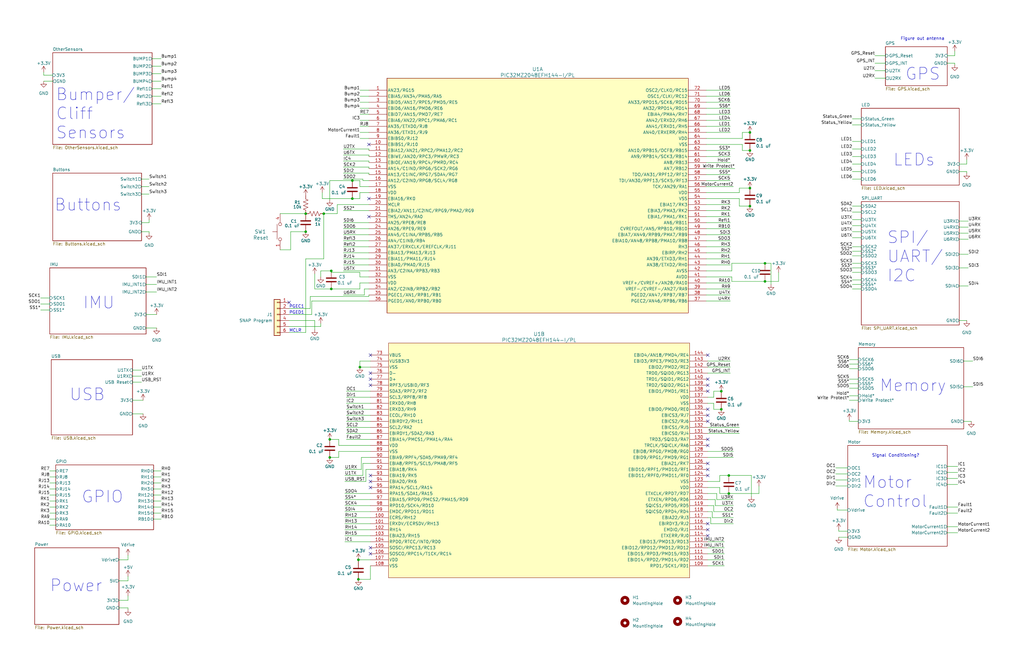
<source format=kicad_sch>
(kicad_sch (version 20230121) (generator eeschema)
  (paper "B")
  (title_block (title "MCU Controller") (rev "0.1") (company "satomm@stanford.edu") (comment 1 "Department of Civil and Environmental Engineering") (comment 2 "Engineering Informatics Group") (comment 3 "Stanford University") (comment 4 "Matthew Sato"))
  (junction (at 304.165 165.1))
  (junction (at 307.34 208.28))
  (junction (at 316.23 86.995))
  (junction (at 304.165 172.72))
  (junction (at 139.065 193.04))
  (junction (at 139.7 114.3))
  (junction (at 307.34 200.66))
  (junction (at 139.065 185.42))
  (junction (at 316.23 55.88))
  (junction (at 151.13 244.475))
  (junction (at 316.23 79.375))
  (junction (at 128.905 97.79))
  (junction (at 128.905 90.17))
  (junction (at 322.58 111.125))
  (junction (at 151.13 236.22))
  (junction (at 151.765 154.94))
  (junction (at 139.7 121.92))
  (junction (at 322.58 118.745))
  (junction (at 316.23 63.5))
  (junction (at 148.59 83.82))
  (junction (at 136.525 90.17))
  (junction (at 148.59 76.2))
  (no_connect (at 298.45 160.02))
  (no_connect (at 298.45 195.58))
  (no_connect (at 298.45 226.06))
  (no_connect (at 298.45 172.72))
  (no_connect (at 156.21 203.2))
  (no_connect (at 155.575 60.96))
  (no_connect (at 298.45 175.26))
  (no_connect (at 156.21 162.56))
  (no_connect (at 156.21 149.86))
  (no_connect (at 298.45 165.1))
  (no_connect (at 298.45 177.8))
  (no_connect (at 298.45 220.98))
  (no_connect (at 156.21 157.48))
  (no_connect (at 298.45 149.86))
  (no_connect (at 121.92 127.635))
  (no_connect (at 298.45 223.52))
  (no_connect (at 156.21 231.14))
  (no_connect (at 298.45 187.96))
  (no_connect (at 155.575 83.82))
  (no_connect (at 298.45 198.12))
  (no_connect (at 156.21 160.02))
  (no_connect (at 156.21 200.66))
  (no_connect (at 298.45 162.56))
  (no_connect (at 155.575 91.44))
  (no_connect (at 298.45 200.66))
  (no_connect (at 156.21 205.74))
  (no_connect (at 298.45 185.42))
  (no_connect (at 156.21 233.68))
  (wire (pts (xy 151.765 116.84) (xy 155.575 116.84)))
  (wire (pts (xy 368.935 33.02) (xy 373.38 33.02)))
  (wire (pts (xy 59.69 75.565) (xy 62.865 75.565)))
  (wire (pts (xy 313.055 58.42) (xy 313.055 55.88)))
  (wire (pts (xy 399.415 213.995) (xy 403.86 213.995)))
  (wire (pts (xy 298.45 190.5) (xy 309.245 190.5)))
  (wire (pts (xy 64.135 24.765) (xy 67.945 24.765)))
  (wire (pts (xy 118.11 105.41) (xy 122.555 105.41)))
  (wire (pts (xy 297.815 121.92) (xy 307.975 121.92)))
  (wire (pts (xy 297.815 88.9) (xy 307.975 88.9)))
  (wire (pts (xy 408.305 95.885) (xy 404.495 95.885)))
  (wire (pts (xy 151.765 53.34) (xy 155.575 53.34)))
  (wire (pts (xy 145.415 226.06) (xy 156.21 226.06)))
  (wire (pts (xy 359.41 121.92) (xy 363.22 121.92)))
  (wire (pts (xy 358.14 160.02) (xy 361.95 160.02)))
  (wire (pts (xy 152.4 193.04) (xy 152.4 198.12)))
  (wire (pts (xy 61.595 138.43) (xy 66.04 138.43)))
  (wire (pts (xy 151.765 152.4) (xy 151.765 154.94)))
  (wire (pts (xy 17.145 125.73) (xy 20.955 125.73)))
  (wire (pts (xy 153.035 76.2) (xy 153.035 75.565)))
  (wire (pts (xy 359.41 113.03) (xy 363.22 113.03)))
  (wire (pts (xy 359.41 106.045) (xy 363.22 106.045)))
  (wire (pts (xy 153.035 195.58) (xy 153.035 200.66)))
  (wire (pts (xy 61.595 120.015) (xy 66.04 120.015)))
  (wire (pts (xy 303.53 200.66) (xy 307.34 200.66)))
  (wire (pts (xy 320.04 205.105) (xy 320.04 208.28)))
  (wire (pts (xy 146.05 167.64) (xy 156.21 167.64)))
  (wire (pts (xy 156.21 190.5) (xy 142.875 190.5)))
  (wire (pts (xy 359.41 66.04) (xy 363.22 66.04)))
  (wire (pts (xy 303.53 208.28) (xy 307.34 208.28)))
  (wire (pts (xy 297.815 40.64) (xy 307.975 40.64)))
  (wire (pts (xy 297.815 50.8) (xy 307.975 50.8)))
  (wire (pts (xy 142.875 190.5) (xy 142.875 193.04)))
  (wire (pts (xy 406.4 177.8) (xy 409.575 177.8)))
  (wire (pts (xy 301.625 210.82) (xy 301.625 213.36)))
  (wire (pts (xy 308.61 114.3) (xy 308.61 111.125)))
  (wire (pts (xy 311.785 83.82) (xy 311.785 86.995)))
  (wire (pts (xy 297.815 99.06) (xy 307.975 99.06)))
  (wire (pts (xy 64.77 198.755) (xy 67.945 198.755)))
  (wire (pts (xy 146.05 185.42) (xy 156.21 185.42)))
  (wire (pts (xy 155.575 73.025) (xy 155.575 73.66)))
  (wire (pts (xy 155.575 86.36) (xy 142.24 86.36)))
  (wire (pts (xy 359.41 50.165) (xy 363.22 50.165)))
  (wire (pts (xy 297.815 43.18) (xy 307.975 43.18)))
  (wire (pts (xy 297.815 45.72) (xy 307.975 45.72)))
  (wire (pts (xy 297.815 109.22) (xy 307.975 109.22)))
  (wire (pts (xy 353.695 223.52) (xy 353.695 224.155)))
  (wire (pts (xy 59.69 78.74) (xy 62.865 78.74)))
  (wire (pts (xy 145.415 220.98) (xy 156.21 220.98)))
  (wire (pts (xy 404.495 107.315) (xy 408.305 107.315)))
  (wire (pts (xy 142.875 187.96) (xy 142.875 185.42)))
  (wire (pts (xy 297.815 101.6) (xy 307.975 101.6)))
  (wire (pts (xy 399.415 199.39) (xy 403.86 199.39)))
  (wire (pts (xy 402.59 27.305) (xy 402.59 26.67)))
  (wire (pts (xy 64.135 43.815) (xy 67.945 43.815)))
  (wire (pts (xy 359.41 62.865) (xy 363.22 62.865)))
  (wire (pts (xy 151.765 81.28) (xy 151.765 83.82)))
  (wire (pts (xy 144.78 109.22) (xy 155.575 109.22)))
  (wire (pts (xy 358.14 177.8) (xy 361.95 177.8)))
  (wire (pts (xy 316.865 209.55) (xy 316.865 200.66)))
  (wire (pts (xy 146.05 170.18) (xy 156.21 170.18)))
  (wire (pts (xy 300.99 172.72) (xy 300.99 170.18)))
  (wire (pts (xy 55.88 168.91) (xy 60.325 168.91)))
  (wire (pts (xy 297.815 111.76) (xy 307.975 111.76)))
  (wire (pts (xy 55.88 161.29) (xy 59.69 161.29)))
  (wire (pts (xy 53.975 257.175) (xy 53.975 256.54)))
  (wire (pts (xy 59.69 156.21) (xy 55.88 156.21)))
  (wire (pts (xy 298.45 193.04) (xy 309.245 193.04)))
  (wire (pts (xy 300.355 218.44) (xy 300.355 215.9)))
  (wire (pts (xy 155.575 119.38) (xy 151.765 119.38)))
  (wire (pts (xy 300.99 215.9) (xy 309.245 215.9)))
  (wire (pts (xy 353.695 226.695) (xy 357.505 226.695)))
  (wire (pts (xy 298.45 228.6) (xy 305.435 228.6)))
  (wire (pts (xy 20.955 206.375) (xy 23.495 206.375)))
  (wire (pts (xy 59.69 158.75) (xy 55.88 158.75)))
  (wire (pts (xy 297.815 83.82) (xy 311.785 83.82)))
  (wire (pts (xy 151.765 119.38) (xy 151.765 121.92)))
  (wire (pts (xy 61.595 123.19) (xy 66.04 123.19)))
  (wire (pts (xy 59.69 81.915) (xy 62.865 81.915)))
  (wire (pts (xy 303.53 200.66) (xy 303.53 203.2)))
  (wire (pts (xy 151.765 58.42) (xy 155.575 58.42)))
  (wire (pts (xy 299.72 218.44) (xy 299.72 220.98)))
  (wire (pts (xy 64.135 31.115) (xy 67.945 31.115)))
  (wire (pts (xy 50.165 245.11) (xy 53.975 245.11)))
  (wire (pts (xy 61.595 132.715) (xy 66.04 132.715)))
  (wire (pts (xy 155.575 127) (xy 131.445 127)))
  (wire (pts (xy 144.78 75.565) (xy 153.035 75.565)))
  (wire (pts (xy 297.815 104.14) (xy 307.975 104.14)))
  (wire (pts (xy 156.21 193.04) (xy 152.4 193.04)))
  (wire (pts (xy 297.815 93.98) (xy 307.975 93.98)))
  (wire (pts (xy 144.78 88.9) (xy 155.575 88.9)))
  (wire (pts (xy 144.78 114.3) (xy 155.575 114.3)))
  (wire (pts (xy 142.24 90.17) (xy 136.525 90.17)))
  (wire (pts (xy 297.815 58.42) (xy 313.055 58.42)))
  (wire (pts (xy 300.99 165.1) (xy 304.165 165.1)))
  (wire (pts (xy 353.06 215.265) (xy 357.505 215.265)))
  (wire (pts (xy 145.415 203.2) (xy 154.305 203.2)))
  (wire (pts (xy 144.78 70.485) (xy 155.575 70.485)))
  (wire (pts (xy 359.41 52.705) (xy 363.22 52.705)))
  (wire (pts (xy 300.99 167.64) (xy 300.99 165.1)))
  (wire (pts (xy 155.575 81.28) (xy 151.765 81.28)))
  (wire (pts (xy 64.77 206.375) (xy 67.945 206.375)))
  (wire (pts (xy 316.23 79.375) (xy 311.785 79.375)))
  (wire (pts (xy 352.425 200.025) (xy 357.505 200.025)))
  (wire (pts (xy 128.905 109.22) (xy 136.525 109.22)))
  (wire (pts (xy 136.525 109.22) (xy 136.525 90.17)))
  (wire (pts (xy 297.815 114.3) (xy 308.61 114.3)))
  (wire (pts (xy 359.41 107.95) (xy 363.22 107.95)))
  (wire (pts (xy 144.78 101.6) (xy 155.575 101.6)))
  (wire (pts (xy 407.67 72.39) (xy 404.495 72.39)))
  (wire (pts (xy 139.065 76.2) (xy 148.59 76.2)))
  (wire (pts (xy 368.935 26.67) (xy 373.38 26.67)))
  (wire (pts (xy 146.05 180.34) (xy 156.21 180.34)))
  (wire (pts (xy 118.11 90.17) (xy 128.905 90.17)))
  (wire (pts (xy 132.715 121.92) (xy 139.7 121.92)))
  (wire (pts (xy 156.21 244.475) (xy 151.13 244.475)))
  (wire (pts (xy 358.14 151.765) (xy 361.95 151.765)))
  (wire (pts (xy 62.865 97.79) (xy 62.865 98.425)))
  (wire (pts (xy 156.21 198.12) (xy 154.305 198.12)))
  (wire (pts (xy 144.78 104.14) (xy 155.575 104.14)))
  (wire (pts (xy 55.88 174.625) (xy 60.325 174.625)))
  (wire (pts (xy 297.815 66.04) (xy 307.975 66.04)))
  (wire (pts (xy 144.78 99.06) (xy 155.575 99.06)))
  (wire (pts (xy 122.555 97.79) (xy 128.905 97.79)))
  (wire (pts (xy 146.05 172.72) (xy 156.21 172.72)))
  (wire (pts (xy 407.67 73.025) (xy 407.67 72.39)))
  (wire (pts (xy 64.77 213.995) (xy 67.945 213.995)))
  (wire (pts (xy 359.41 92.71) (xy 363.22 92.71)))
  (wire (pts (xy 368.935 29.845) (xy 373.38 29.845)))
  (wire (pts (xy 313.055 60.96) (xy 297.815 60.96)))
  (wire (pts (xy 359.41 100.33) (xy 363.22 100.33)))
  (wire (pts (xy 144.78 106.68) (xy 155.575 106.68)))
  (wire (pts (xy 358.14 167.005) (xy 361.95 167.005)))
  (wire (pts (xy 300.355 215.9) (xy 298.45 215.9)))
  (wire (pts (xy 144.78 124.46) (xy 153.67 124.46)))
  (wire (pts (xy 297.815 91.44) (xy 307.975 91.44)))
  (wire (pts (xy 153.67 121.92) (xy 155.575 121.92)))
  (wire (pts (xy 299.72 220.98) (xy 309.245 220.98)))
  (wire (pts (xy 18.415 34.29) (xy 22.225 34.29)))
  (wire (pts (xy 155.575 70.485) (xy 155.575 71.12)))
  (wire (pts (xy 139.7 114.935) (xy 139.7 114.3)))
  (wire (pts (xy 145.415 198.12) (xy 152.4 198.12)))
  (wire (pts (xy 308.61 118.745) (xy 308.61 116.84)))
  (wire (pts (xy 359.41 114.935) (xy 363.22 114.935)))
  (wire (pts (xy 139.065 84.455) (xy 139.065 76.2)))
  (wire (pts (xy 146.05 165.1) (xy 156.21 165.1)))
  (wire (pts (xy 300.99 170.18) (xy 298.45 170.18)))
  (wire (pts (xy 353.695 224.155) (xy 357.505 224.155)))
  (wire (pts (xy 359.41 95.25) (xy 363.22 95.25)))
  (wire (pts (xy 298.45 180.34) (xy 311.785 180.34)))
  (wire (pts (xy 298.45 218.44) (xy 299.72 218.44)))
  (wire (pts (xy 325.12 120.015) (xy 325.12 111.125)))
  (wire (pts (xy 121.92 140.335) (xy 128.905 140.335)))
  (wire (pts (xy 146.05 175.26) (xy 156.21 175.26)))
  (wire (pts (xy 144.78 65.405) (xy 155.575 65.405)))
  (wire (pts (xy 151.765 45.72) (xy 155.575 45.72)))
  (wire (pts (xy 155.575 67.945) (xy 155.575 68.58)))
  (wire (pts (xy 53.975 234.315) (xy 53.975 236.22)))
  (wire (pts (xy 128.905 140.335) (xy 128.905 109.22)))
  (wire (pts (xy 328.295 114.935) (xy 328.295 118.745)))
  (wire (pts (xy 298.45 238.76) (xy 305.435 238.76)))
  (wire (pts (xy 404.495 120.65) (xy 408.305 120.65)))
  (wire (pts (xy 142.875 193.04) (xy 139.065 193.04)))
  (wire (pts (xy 297.815 127) (xy 307.975 127)))
  (wire (pts (xy 298.45 210.82) (xy 301.625 210.82)))
  (wire (pts (xy 144.78 111.76) (xy 155.575 111.76)))
  (wire (pts (xy 313.055 55.88) (xy 316.23 55.88)))
  (wire (pts (xy 20.955 211.455) (xy 23.495 211.455)))
  (wire (pts (xy 359.41 69.215) (xy 363.22 69.215)))
  (wire (pts (xy 359.41 89.535) (xy 363.22 89.535)))
  (wire (pts (xy 298.45 157.48) (xy 307.975 157.48)))
  (wire (pts (xy 53.975 245.11) (xy 53.975 243.205)))
  (wire (pts (xy 132.715 139.065) (xy 132.715 135.255)))
  (wire (pts (xy 130.81 125.095) (xy 130.81 130.175)))
  (wire (pts (xy 300.355 218.44) (xy 309.245 218.44)))
  (wire (pts (xy 328.295 118.745) (xy 322.58 118.745)))
  (wire (pts (xy 20.955 198.755) (xy 23.495 198.755)))
  (wire (pts (xy 399.415 204.47) (xy 403.86 204.47)))
  (wire (pts (xy 359.41 111.125) (xy 363.22 111.125)))
  (wire (pts (xy 399.415 201.93) (xy 403.86 201.93)))
  (wire (pts (xy 132.715 115.57) (xy 132.715 121.92)))
  (wire (pts (xy 53.975 251.46) (xy 53.975 253.365)))
  (wire (pts (xy 303.53 208.28) (xy 303.53 205.74)))
  (wire (pts (xy 155.575 125.095) (xy 130.81 125.095)))
  (wire (pts (xy 156.21 238.76) (xy 156.21 244.475)))
  (wire (pts (xy 298.45 167.64) (xy 300.99 167.64)))
  (wire (pts (xy 308.61 118.745) (xy 322.58 118.745)))
  (wire (pts (xy 145.415 213.36) (xy 156.21 213.36)))
  (wire (pts (xy 359.41 72.39) (xy 363.22 72.39)))
  (wire (pts (xy 303.53 205.74) (xy 298.45 205.74)))
  (wire (pts (xy 404.495 69.215) (xy 407.67 69.215)))
  (wire (pts (xy 358.14 177.165) (xy 358.14 177.8)))
  (wire (pts (xy 64.135 40.64) (xy 67.945 40.64)))
  (wire (pts (xy 316.865 200.66) (xy 307.34 200.66)))
  (wire (pts (xy 408.305 93.345) (xy 404.495 93.345)))
  (wire (pts (xy 18.415 30.48) (xy 18.415 31.75)))
  (wire (pts (xy 352.425 197.485) (xy 357.505 197.485)))
  (wire (pts (xy 20.955 221.615) (xy 23.495 221.615)))
  (wire (pts (xy 155.575 76.2) (xy 153.035 76.2)))
  (wire (pts (xy 151.765 50.8) (xy 155.575 50.8)))
  (wire (pts (xy 308.61 116.84) (xy 297.815 116.84)))
  (wire (pts (xy 320.04 208.28) (xy 307.34 208.28)))
  (wire (pts (xy 142.875 185.42) (xy 139.065 185.42)))
  (wire (pts (xy 358.14 163.83) (xy 361.95 163.83)))
  (wire (pts (xy 297.815 124.46) (xy 307.975 124.46)))
  (wire (pts (xy 359.41 86.995) (xy 363.22 86.995)))
  (wire (pts (xy 135.255 116.84) (xy 135.255 114.3)))
  (wire (pts (xy 297.815 86.36) (xy 307.975 86.36)))
  (wire (pts (xy 359.41 104.14) (xy 363.22 104.14)))
  (wire (pts (xy 151.765 76.2) (xy 151.765 78.74)))
  (wire (pts (xy 156.21 187.96) (xy 142.875 187.96)))
  (wire (pts (xy 297.815 38.1) (xy 307.975 38.1)))
  (wire (pts (xy 298.45 231.14) (xy 305.435 231.14)))
  (wire (pts (xy 64.135 37.465) (xy 67.945 37.465)))
  (wire (pts (xy 151.765 78.74) (xy 155.575 78.74)))
  (wire (pts (xy 358.14 153.67) (xy 361.95 153.67)))
  (wire (pts (xy 308.61 111.125) (xy 322.58 111.125)))
  (wire (pts (xy 155.575 65.405) (xy 155.575 66.04)))
  (wire (pts (xy 64.77 211.455) (xy 67.945 211.455)))
  (wire (pts (xy 298.45 213.36) (xy 300.99 213.36)))
  (wire (pts (xy 353.06 214.63) (xy 353.06 215.265)))
  (wire (pts (xy 359.41 120.015) (xy 363.22 120.015)))
  (wire (pts (xy 59.69 97.79) (xy 62.865 97.79)))
  (wire (pts (xy 20.955 216.535) (xy 23.495 216.535)))
  (wire (pts (xy 297.815 48.26) (xy 307.975 48.26)))
  (wire (pts (xy 399.415 26.67) (xy 402.59 26.67)))
  (wire (pts (xy 18.415 31.75) (xy 22.225 31.75)))
  (wire (pts (xy 151.13 236.22) (xy 151.13 236.855)))
  (wire (pts (xy 316.23 63.5) (xy 313.055 63.5)))
  (wire (pts (xy 61.595 116.84) (xy 66.04 116.84)))
  (wire (pts (xy 302.26 208.28) (xy 302.26 210.82)))
  (wire (pts (xy 64.77 203.835) (xy 67.945 203.835)))
  (wire (pts (xy 153.67 121.92) (xy 153.67 124.46)))
  (wire (pts (xy 64.77 208.915) (xy 67.945 208.915)))
  (wire (pts (xy 408.305 100.965) (xy 404.495 100.965)))
  (wire (pts (xy 352.425 202.565) (xy 357.505 202.565)))
  (wire (pts (xy 17.145 128.27) (xy 20.955 128.27)))
  (wire (pts (xy 298.45 152.4) (xy 307.975 152.4)))
  (wire (pts (xy 139.7 121.92) (xy 151.765 121.92)))
  (wire (pts (xy 297.815 73.66) (xy 307.975 73.66)))
  (wire (pts (xy 407.67 69.215) (xy 407.67 67.31)))
  (wire (pts (xy 303.53 203.2) (xy 298.45 203.2)))
  (wire (pts (xy 301.625 213.36) (xy 309.245 213.36)))
  (wire (pts (xy 404.495 113.03) (xy 408.305 113.03)))
  (wire (pts (xy 359.41 75.565) (xy 363.22 75.565)))
  (wire (pts (xy 145.415 215.9) (xy 156.21 215.9)))
  (wire (pts (xy 311.785 86.995) (xy 316.23 86.995)))
  (wire (pts (xy 20.955 201.295) (xy 23.495 201.295)))
  (wire (pts (xy 131.445 127) (xy 131.445 132.715)))
  (wire (pts (xy 135.255 137.795) (xy 121.92 137.795)))
  (wire (pts (xy 297.815 63.5) (xy 307.975 63.5)))
  (wire (pts (xy 135.255 114.3) (xy 139.7 114.3)))
  (wire (pts (xy 139.7 114.935) (xy 151.765 114.935)))
  (wire (pts (xy 368.935 23.495) (xy 373.38 23.495)))
  (wire (pts (xy 298.45 233.68) (xy 305.435 233.68)))
  (wire (pts (xy 151.765 154.94) (xy 156.21 154.94)))
  (wire (pts (xy 145.415 208.28) (xy 156.21 208.28)))
  (wire (pts (xy 359.41 59.69) (xy 363.22 59.69)))
  (wire (pts (xy 358.14 155.575) (xy 361.95 155.575)))
  (wire (pts (xy 151.765 43.18) (xy 155.575 43.18)))
  (wire (pts (xy 399.415 222.25) (xy 403.86 222.25)))
  (wire (pts (xy 399.415 196.85) (xy 403.86 196.85)))
  (wire (pts (xy 20.955 213.995) (xy 23.495 213.995)))
  (wire (pts (xy 399.415 216.535) (xy 403.86 216.535)))
  (wire (pts (xy 64.135 34.29) (xy 67.945 34.29)))
  (wire (pts (xy 151.765 40.64) (xy 155.575 40.64)))
  (wire (pts (xy 142.24 86.36) (xy 142.24 90.17)))
  (wire (pts (xy 325.12 111.125) (xy 322.58 111.125)))
  (wire (pts (xy 62.865 93.98) (xy 62.865 92.71)))
  (wire (pts (xy 53.975 253.365) (xy 50.165 253.365)))
  (wire (pts (xy 145.415 210.82) (xy 156.21 210.82)))
  (wire (pts (xy 148.59 76.2) (xy 151.765 76.2)))
  (wire (pts (xy 156.21 195.58) (xy 153.035 195.58)))
  (wire (pts (xy 144.78 62.865) (xy 155.575 62.865)))
  (wire (pts (xy 64.77 216.535) (xy 67.945 216.535)))
  (wire (pts (xy 145.415 200.66) (xy 153.035 200.66)))
  (wire (pts (xy 297.815 96.52) (xy 307.975 96.52)))
  (wire (pts (xy 146.05 182.88) (xy 156.21 182.88)))
  (wire (pts (xy 298.45 208.28) (xy 302.26 208.28)))
  (wire (pts (xy 358.14 161.925) (xy 361.95 161.925)))
  (wire (pts (xy 144.78 67.945) (xy 155.575 67.945)))
  (wire (pts (xy 151.765 48.26) (xy 155.575 48.26)))
  (wire (pts (xy 358.14 168.91) (xy 361.95 168.91)))
  (wire (pts (xy 151.765 83.82) (xy 148.59 83.82)))
  (wire (pts (xy 122.555 105.41) (xy 122.555 97.79)))
  (wire (pts (xy 352.425 205.105) (xy 357.505 205.105)))
  (wire (pts (xy 155.575 62.865) (xy 155.575 63.5)))
  (wire (pts (xy 64.77 219.075) (xy 67.945 219.075)))
  (wire (pts (xy 59.69 93.98) (xy 62.865 93.98)))
  (wire (pts (xy 297.815 55.88) (xy 307.975 55.88)))
  (wire (pts (xy 151.765 114.935) (xy 151.765 116.84)))
  (wire (pts (xy 297.815 76.2) (xy 307.975 76.2)))
  (wire (pts (xy 146.05 177.8) (xy 156.21 177.8)))
  (wire (pts (xy 402.59 23.495) (xy 402.59 21.59)))
  (wire (pts (xy 144.78 73.025) (xy 155.575 73.025)))
  (wire (pts (xy 64.135 27.94) (xy 67.945 27.94)))
  (wire (pts (xy 298.45 154.94) (xy 307.975 154.94)))
  (wire (pts (xy 156.21 152.4) (xy 151.765 152.4)))
  (wire (pts (xy 297.815 53.34) (xy 307.975 53.34)))
  (wire (pts (xy 145.415 218.44) (xy 156.21 218.44)))
  (wire (pts (xy 156.21 236.22) (xy 151.13 236.22)))
  (wire (pts (xy 132.715 135.255) (xy 121.92 135.255)))
  (wire (pts (xy 53.975 256.54) (xy 50.165 256.54)))
  (wire (pts (xy 297.815 119.38) (xy 307.975 119.38)))
  (wire (pts (xy 399.415 224.79) (xy 403.86 224.79)))
  (wire (pts (xy 20.955 219.075) (xy 23.495 219.075)))
  (wire (pts (xy 135.255 136.525) (xy 135.255 137.795)))
  (wire (pts (xy 311.785 79.375) (xy 311.785 81.28)))
  (wire (pts (xy 151.765 38.1) (xy 155.575 38.1)))
  (wire (pts (xy 131.445 132.715) (xy 121.92 132.715)))
  (wire (pts (xy 53.975 236.22) (xy 50.165 236.22)))
  (wire (pts (xy 20.955 208.915) (xy 23.495 208.915)))
  (wire (pts (xy 130.81 130.175) (xy 121.92 130.175)))
  (wire (pts (xy 20.955 203.835) (xy 23.495 203.835)))
  (wire (pts (xy 359.41 97.79) (xy 363.22 97.79)))
  (wire (pts (xy 135.89 83.82) (xy 148.59 83.82)))
  (wire (pts (xy 297.815 78.74) (xy 309.245 78.74)))
  (wire (pts (xy 399.415 23.495) (xy 402.59 23.495)))
  (wire (pts (xy 144.78 96.52) (xy 155.575 96.52)))
  (wire (pts (xy 406.4 163.195) (xy 410.21 163.195)))
  (wire (pts (xy 298.45 182.88) (xy 311.785 182.88)))
  (wire (pts (xy 297.815 71.12) (xy 309.88 71.12)))
  (wire (pts (xy 297.815 68.58) (xy 307.975 68.58)))
  (wire (pts (xy 151.765 55.88) (xy 155.575 55.88)))
  (wire (pts (xy 17.145 130.81) (xy 20.955 130.81)))
  (wire (pts (xy 406.4 152.4) (xy 410.21 152.4)))
  (wire (pts (xy 155.575 125.095) (xy 155.575 124.46)))
  (wire (pts (xy 408.305 98.425) (xy 404.495 98.425)))
  (wire (pts (xy 145.415 223.52) (xy 156.21 223.52)))
  (wire (pts (xy 297.815 106.68) (xy 307.975 106.68)))
  (wire (pts (xy 302.26 210.82) (xy 309.245 210.82)))
  (wire (pts (xy 64.77 201.295) (xy 67.945 201.295)))
  (wire (pts (xy 304.165 172.72) (xy 300.99 172.72)))
  (wire (pts (xy 144.78 93.98) (xy 155.575 93.98)))
  (wire (pts (xy 300.99 213.36) (xy 300.99 215.9)))
  (wire (pts (xy 145.415 228.6) (xy 156.21 228.6)))
  (wire (pts (xy 298.45 236.22) (xy 305.435 236.22)))
  (wire (pts (xy 313.055 63.5) (xy 313.055 60.96)))
  (wire (pts (xy 135.89 81.28) (xy 135.89 83.82)))
  (wire (pts (xy 311.785 81.28) (xy 297.815 81.28)))
  (wire (pts (xy 404.495 135.255) (xy 407.67 135.255)))
  (wire (pts (xy 359.41 118.11) (xy 363.22 118.11)))
  (wire (pts (xy 154.305 198.12) (xy 154.305 203.2)))
  (text "LEDs" (at 376.555 70.485 0) (effects (font (size 5 5)) (justify left bottom)))
  (text "GPIO" (at 34.29 212.725 0) (effects (font (size 5 5)) (justify left bottom)))
  (text "Figure out antenna" (at 379.73 17.145 0) (effects (font (size 1.27 1.27)) (justify left bottom)))
  (text "Motor\nControl" (at 363.855 214.63 0) (effects (font (size 5 5)) (justify left bottom)))
  (text "PGEC1" (at 121.92 130.175 0) (effects (font (size 1.27 1.27)) (justify left bottom)))
  (text "GPS" (at 381.635 34.29 0) (effects (font (size 5 5)) (justify left bottom)))
  (text "Power" (at 20.955 250.19 0) (effects (font (size 5 5)) (justify left bottom)))
  (text "MCLR" (at 121.92 140.335 0) (effects (font (size 1.27 1.27)) (justify left bottom)))
  (text "Signal Conditioning?" (at 367.665 193.04 0) (effects (font (size 1.27 1.27)) (justify left bottom)))
  (text "Buttons" (at 22.86 89.535 0) (effects (font (size 5 5)) (justify left bottom)))
  (text "PGED1" (at 121.92 132.715 0) (effects (font (size 1.27 1.27)) (justify left bottom)))
  (text "USB" (at 29.21 169.545 0) (effects (font (size 5 5)) (justify left bottom)))
  (text "Bumper/\nCliff\nSensors" (at 23.495 59.055 0) (effects (font (size 5 5)) (justify left bottom)))
  (text "SPI/\nUART/\nI2C" (at 374.015 119.38 0) (effects (font (size 5 5)) (justify left bottom)))
  (text "Memory" (at 370.84 165.735 0) (effects (font (size 5 5)) (justify left bottom)))
  (text "IMU" (at 34.925 130.81 0) (effects (font (size 5 5)) (justify left bottom)))
  (label "RJ13" (at 20.955 203.835 180))
  (label "LED2" (at 307.975 55.88 180))
  (label "Hold*" (at 307.975 68.58 180))
  (label "RH2" (at 307.975 106.68 180))
  (label "IC4" (at 403.86 204.47 0))
  (label "SS1*" (at 17.145 130.81 180))
  (label "IMU_INT2" (at 66.04 123.19 0))
  (label "RK3" (at 20.955 216.535 180))
  (label "U6RX" (at 408.305 100.965 0))
  (label "U5TX" (at 359.41 97.79 180))
  (label "SDI5" (at 410.21 163.195 0))
  (label "RH14" (at 145.415 223.52 0))
  (label "IMU_INT2" (at 305.435 228.6 180))
  (label "OC2" (at 309.245 215.9 180))
  (label "Switch3" (at 62.865 81.915 0))
  (label "RB10" (at 307.975 96.52 180))
  (label "Write Protect*" (at 358.14 168.91 180))
  (label "IMU_INT1" (at 305.435 231.14 180))
  (label "SDA2" (at 359.41 86.995 180))
  (label "U5RX" (at 408.305 98.425 0))
  (label "SCK4" (at 359.41 118.11 180))
  (label "RH12" (at 67.945 208.915 0))
  (label "RK2" (at 20.955 213.995 180))
  (label "OC1" (at 146.05 165.1 0))
  (label "IC2" (at 146.05 170.18 0))
  (label "MotorCurrent1" (at 403.86 222.25 0))
  (label "Refl3" (at 67.945 43.815 0))
  (label "SS4*" (at 359.41 120.015 180))
  (label "SDI3" (at 408.305 113.03 0))
  (label "LED5" (at 359.41 72.39 180))
  (label "RK2" (at 307.975 88.9 180))
  (label "SDO1" (at 17.145 128.27 180))
  (label "SDO6" (at 144.78 96.52 0))
  (label "RE7" (at 151.765 48.26 0))
  (label "SS3*" (at 359.41 113.03 180))
  (label "LED4" (at 359.41 69.215 180))
  (label "Refl1" (at 67.945 37.465 0))
  (label "IMU_INT1" (at 66.04 120.015 0))
  (label "SDI5" (at 309.245 193.04 180))
  (label "U5RX" (at 144.78 99.06 0))
  (label "RJ14" (at 144.78 109.22 0))
  (label "RH3" (at 307.975 104.14 180))
  (label "RH13" (at 145.415 220.98 0))
  (label "SDO3" (at 359.41 114.935 180))
  (label "Status_Yellow" (at 359.41 52.705 180))
  (label "SCK4" (at 145.415 213.36 0))
  (label "U3TX" (at 309.245 213.36 180))
  (label "Refl2" (at 67.945 40.64 0))
  (label "IC1" (at 145.415 228.6 0))
  (label "RK3" (at 307.975 86.36 180))
  (label "RJ14" (at 20.955 206.375 180))
  (label "RJ8" (at 20.955 201.295 180))
  (label "SS5*" (at 307.975 73.66 180))
  (label "Status_Green" (at 359.41 50.165 180))
  (label "SDO1" (at 305.435 233.68 180))
  (label "SCK6" (at 358.14 151.765 180))
  (label "SDO5" (at 358.14 163.83 180))
  (label "SCK5" (at 358.14 160.02 180))
  (label "SDI6" (at 144.78 93.98 0))
  (label "SDI4" (at 408.305 120.65 0))
  (label "SDA2" (at 146.05 182.88 0))
  (label "SS6*" (at 358.14 153.67 180))
  (label "SCK6" (at 307.975 43.18 180))
  (label "U3RX" (at 408.305 93.345 0))
  (label "Write Protect*" (at 309.88 71.12 180))
  (label "U4TX" (at 307.975 124.46 180))
  (label "U6TX" (at 144.78 65.405 0))
  (label "RJ13" (at 144.78 106.68 0))
  (label "U5TX" (at 144.78 114.3 0))
  (label "U2TX" (at 368.935 29.845 180))
  (label "USB_RST" (at 59.69 161.29 0))
  (label "Dir1" (at 146.05 167.64 0))
  (label "RH12" (at 145.415 218.44 0))
  (label "RA9" (at 20.955 219.075 180))
  (label "Bump1" (at 67.945 24.765 0))
  (label "U6RX" (at 144.78 124.46 0))
  (label "RH2" (at 67.945 203.835 0))
  (label "SDO4" (at 359.41 121.92 180))
  (label "RA10" (at 307.975 119.38 180))
  (label "SCK3" (at 307.975 66.04 180))
  (label "SS2*" (at 144.78 88.9 0))
  (label "SS6*" (at 307.975 45.72 180))
  (label "SCK1" (at 305.435 238.76 180))
  (label "SDI2" (at 408.305 107.315 0))
  (label "U3RX" (at 309.245 210.82 180))
  (label "RA9" (at 307.975 121.92 180))
  (label "MotorCurrent1" (at 151.765 55.88 180))
  (label "Fault2" (at 403.86 216.535 0))
  (label "SCL2" (at 359.41 89.535 180))
  (label "RH15" (at 67.945 216.535 0))
  (label "SCL2" (at 146.05 180.34 0))
  (label "RH0" (at 307.975 111.76 180))
  (label "SDI6" (at 410.21 152.4 0))
  (label "SDO3" (at 307.975 101.6 180))
  (label "SDO5" (at 309.245 190.5 180))
  (label "SCK2" (at 359.41 104.14 180))
  (label "Switch3" (at 146.05 177.8 0))
  (label "GPS_INT" (at 307.975 157.48 180))
  (label "Switch2" (at 62.865 78.74 0))
  (label "U3TX" (at 359.41 92.71 180))
  (label "Switch1" (at 62.865 75.565 0))
  (label "SCK3" (at 359.41 111.125 180))
  (label "U6TX" (at 359.41 100.33 180))
  (label "U4RX" (at 307.975 127 180))
  (label "U1RX" (at 145.415 198.12 0))
  (label "Bump2" (at 67.945 27.94 0))
  (label "SS2*" (at 359.41 106.045 180))
  (label "Fault1" (at 403.86 213.995 0))
  (label "Hold*" (at 358.14 167.005 180))
  (label "MotorCurrent2" (at 309.245 78.74 180))
  (label "SS4*" (at 145.415 210.82 0))
  (label "LED6" (at 359.41 75.565 180))
  (label "Fault2" (at 146.05 185.42 0))
  (label "IC2" (at 403.86 199.39 0))
  (label "U2RX" (at 368.935 33.02 180))
  (label "SS3*" (at 307.975 63.5 180))
  (label "U2RX" (at 307.975 152.4 180))
  (label "RH14" (at 67.945 213.995 0))
  (label "Dir2" (at 352.425 205.105 180))
  (label "RE7" (at 20.955 198.755 180))
  (label "Bump2" (at 151.765 40.64 180))
  (label "U1TX" (at 59.69 156.21 0))
  (label "RJ8" (at 151.765 53.34 0))
  (label "Bump4" (at 151.765 45.72 180))
  (label "RH3" (at 67.945 206.375 0))
  (label "Fault1" (at 151.765 58.42 180))
  (label "Bump3" (at 67.945 31.115 0))
  (label "SS1*" (at 309.245 218.44 180))
  (label "IC1" (at 403.86 196.85 0))
  (label "RK1" (at 20.955 211.455 180))
  (label "SDI1" (at 305.435 236.22 180))
  (label "IC3" (at 403.86 201.93 0))
  (label "Switch2" (at 146.05 175.26 0))
  (label "SDI3" (at 307.975 99.06 180))
  (label "RB10" (at 67.945 219.075 0))
  (label "Refl2" (at 144.78 104.14 0))
  (label "U1RX" (at 59.69 158.75 0))
  (label "RJ15" (at 20.955 208.915 180))
  (label "SDO2" (at 359.41 107.95 180))
  (label "Switch1" (at 146.05 172.72 0))
  (label "LED6" (at 307.975 40.64 180))
  (label "RH1" (at 67.945 201.295 0))
  (label "RH15" (at 145.415 226.06 0))
  (label "RH13" (at 67.945 211.455 0))
  (label "GPS_Reset" (at 307.975 154.94 180))
  (label "U4TX" (at 359.41 95.25 180))
  (label "MotorCurrent2" (at 403.86 224.79 0))
  (label "IC4" (at 144.78 67.945 0))
  (label "OC2" (at 352.425 200.025 180))
  (label "SCK1" (at 17.145 125.73 180))
  (label "USB_RST" (at 145.415 203.2 0))
  (label "SCK2" (at 144.78 70.485 0))
  (label "Dir1" (at 352.425 202.565 180))
  (label "U2TX" (at 144.78 62.865 0))
  (label "SDO2" (at 144.78 75.565 0))
  (label "LED5" (at 307.975 38.1 180))
  (label "RK1" (at 307.975 91.44 180))
  (label "SDI2" (at 144.78 73.025 0))
  (label "IC3" (at 151.765 50.8 180))
  (label "Bump1" (at 151.765 38.1 180))
  (label "GPS_Reset" (at 368.935 23.495 180))
  (label "Dir2" (at 309.245 220.98 180))
  (label "SDI4" (at 145.415 215.9 0))
  (label "LED4" (at 307.975 50.8 180))
  (label "OC1" (at 352.425 197.485 180))
  (label "Bump3" (at 151.765 43.18 180))
  (label "Refl1" (at 307.975 93.98 180))
  (label "LED1" (at 359.41 59.69 180))
  (label "U1TX" (at 145.415 200.66 0))
  (label "RH0" (at 67.945 198.755 0))
  (label "SS5*" (at 358.14 161.925 180))
  (label "U4RX" (at 408.305 95.885 0))
  (label "RA10" (at 20.955 221.615 180))
  (label "Status_Yellow" (at 311.785 182.88 180))
  (label "LED1" (at 307.975 53.34 180))
  (label "LED3" (at 359.41 66.04 180))
  (label "RJ15" (at 144.78 111.76 0))
  (label "SCK5" (at 307.975 76.2 180))
  (label "RH1" (at 307.975 109.22 180))
  (label "SDO6" (at 358.14 155.575 180))
  (label "LED3" (at 307.975 48.26 180))
  (label "Bump4" (at 67.945 34.29 0))
  (label "Status_Green" (at 311.785 180.34 180))
  (label "LED2" (at 359.41 62.865 180))
  (label "SDI1" (at 66.04 116.84 0))
  (label "GPS_INT" (at 368.935 26.67 180))
  (label "Refl3" (at 144.78 101.6 0))
  (label "SDO4" (at 145.415 208.28 0))
  (symbol (lib_id "Connector_Generic:Conn_01x06") (at 116.84 132.715 0) (mirror y) (unit 1)
    (property "Reference" "J1" (at 114.935 132.715 0) (effects (justify left)))
    (property "Value" "SNAP Program" (at 114.935 135.255 0) (effects (justify left)))
    (property "Footprint" "Connector_PinSocket_2.54mm:PinSocket_1x06_P2.54mm_Horizontal" (effects hide))
    (property "Datasheet" "https://mm.digikey.com/Volume0/opasdata/d220001/medias/docus/386/xRxCzzzSxxN-M71RC_11637-B.pdf" (effects hide))
    (property "Description" "Connector Header Through Hole, Right Angle 6 position 0.100\" (2.54mm)" (effects hide))
    (property "Mfr" "Sullins Connector Solutions" (effects hide))
    (property "Mfr P/N" "PRPC006SBAN-M71RC" (effects hide))
    (property "Supplier 1" "DigiKey" (effects hide))
    (property "Supplier 1 P/N" "S1111EC-06-ND" (effects hide))
  )
  (symbol (lib_id "power:GND") (at 151.13 244.475 0) (unit 1)
    (property "Reference" "#PWR024" (effects hide))
    (property "Value" "GND" (at 151.13 248.285 0))
  )
  (symbol (lib_id "power:GND") (at 325.12 120.015 0) (unit 1)
    (property "Reference" "#PWR034" (effects hide))
    (property "Value" "GND" (at 325.12 123.825 0))
  )
  (symbol (lib_id "Lab_3:MountingHole") (at 285.75 253.365 0) (unit 1)
    (property "Reference" "H3" (at 288.925 252.095 0) (effects (justify left)))
    (property "Value" "MountingHole" (at 288.925 254.635 0) (effects (justify left)))
    (property "Footprint" "MountingHole:MountingHole_3.2mm_M3" (effects hide))
  )
  (symbol (lib_id "power:+3.3V") (at 316.23 79.375 0) (unit 1)
    (property "Reference" "#PWR030" (effects hide))
    (property "Value" "+3.3V" (at 316.23 75.565 0))
  )
  (symbol (lib_id "power:GND") (at 316.865 209.55 0) (unit 1)
    (property "Reference" "#PWR032" (effects hide))
    (property "Value" "GND" (at 316.865 213.36 0))
  )
  (symbol (lib_id "power:+3.3V") (at 66.04 132.715 0) (unit 1)
    (property "Reference" "#PWR011" (effects hide))
    (property "Value" "+3.3V" (at 66.04 128.905 0))
  )
  (symbol (lib_id "Device:C") (at 139.065 189.23 0) (unit 1)
    (property "Reference" "C2" (at 133.35 187.96 0) (effects (justify left)))
    (property "Value" "0.1 uF" (at 130.175 190.5 0) (effects (justify left)))
    (property "Footprint" "Capacitor_SMD:C_0805_2012Metric_Pad1.18x1.45mm_HandSolder" (effects hide))
    (property "Datasheet" "https://mm.digikey.com/Volume0/opasdata/d220001/medias/docus/609/CL21B104KBCNNN_Spec.pdf" (effects hide))
    (property "Description" "CAP CER 0.1UF 50V X7R 0805" (effects hide))
    (property "Mfr" "Samsung Electro-Mechanics" (effects hide))
    (property "Mfr P/N" "CL21B104KBCNNNC" (effects hide))
    (property "Supplier 1" "DigiKey" (effects hide))
    (property "Supplier 1 P/N" "1276-1003-1-ND" (effects hide))
  )
  (symbol (lib_id "power:+3.3V") (at 60.325 168.91 0) (unit 1)
    (property "Reference" "#PWR07" (effects hide))
    (property "Value" "+3.3V" (at 60.325 165.1 0))
  )
  (symbol (lib_id "power:GND") (at 316.23 86.995 0) (unit 1)
    (property "Reference" "#PWR031" (effects hide))
    (property "Value" "GND" (at 316.23 90.805 0))
  )
  (symbol (lib_name "PIC32MZ2048EFH144-I_PL_1") (lib_id "RobotLibary:PIC32MZ2048EFH144-I_PL") (at 156.21 149.86 0) (unit 2)
    (property "Reference" "U1" (at 227.33 140.97 0) (effects (font (size 1.524 1.524))))
    (property "Value" "PIC32MZ2048EFH144-I/PL" (at 227.33 143.51 0) (effects (font (size 1.524 1.524))))
    (property "Footprint" "RobotLibrary:LQFP144_PL_MCH-M" (effects hide))
    (property "Datasheet" "PIC32MZ2048EFH144-I/PL" (effects hide))
    (property "Description" "MIPS32® M-Class PIC® 32MZ Microcontroller IC 32-Bit Single-Core 200MHz 2MB (2M x 8) FLASH 144-LQFP (20x20)" (effects hide))
    (property "Mfr" "Microchip Technology" (effects hide))
    (property "Mfr P/N" "PIC32MZ2048EFH144-I/PL" (effects hide))
    (property "Supplier 1" "DigiKey" (effects hide))
    (property "Supplier 1 P/N" "PIC32MZ2048EFH144-I/PL-ND" (effects hide))
    (property "Supplier 2" "Mouser" (effects hide))
    (property "Supplier 2 P/N" "579-MZ2048EFH144IPL" (effects hide))
  )
  (symbol (lib_id "Device:C") (at 322.58 114.935 0) (unit 1)
    (property "Reference" "C10" (at 316.865 114.3 0) (effects (justify left)))
    (property "Value" "0.1 uF" (at 313.69 116.84 0) (effects (justify left)))
    (property "Footprint" "Capacitor_SMD:C_0805_2012Metric_Pad1.18x1.45mm_HandSolder" (effects hide))
    (property "Datasheet" "https://mm.digikey.com/Volume0/opasdata/d220001/medias/docus/609/CL21B104KBCNNN_Spec.pdf" (effects hide))
    (property "Description" "CAP CER 0.1UF 50V X7R 0805" (effects hide))
    (property "Mfr" "Samsung Electro-Mechanics" (effects hide))
    (property "Mfr P/N" "CL21B104KBCNNNC" (effects hide))
    (property "Supplier 1" "DigiKey" (effects hide))
    (property "Supplier 1 P/N" "1276-1003-1-ND" (effects hide))
  )
  (symbol (lib_id "Device:C") (at 316.23 83.185 0) (unit 1)
    (property "Reference" "C9" (at 318.77 82.55 0) (effects (justify left)))
    (property "Value" "0.1 uF" (at 318.77 85.09 0) (effects (justify left)))
    (property "Footprint" "Capacitor_SMD:C_0805_2012Metric_Pad1.18x1.45mm_HandSolder" (effects hide))
    (property "Datasheet" "https://mm.digikey.com/Volume0/opasdata/d220001/medias/docus/609/CL21B104KBCNNN_Spec.pdf" (effects hide))
    (property "Description" "CAP CER 0.1UF 50V X7R 0805" (effects hide))
    (property "Mfr" "Samsung Electro-Mechanics" (effects hide))
    (property "Mfr P/N" "CL21B104KBCNNNC" (effects hide))
    (property "Supplier 1" "DigiKey" (effects hide))
    (property "Supplier 1 P/N" "1276-1003-1-ND" (effects hide))
  )
  (symbol (lib_id "power:GND") (at 304.165 172.72 0) (unit 1)
    (property "Reference" "#PWR027" (effects hide))
    (property "Value" "GND" (at 304.165 176.53 0))
  )
  (symbol (lib_id "power:GND") (at 139.065 193.04 0) (unit 1)
    (property "Reference" "#PWR022" (effects hide))
    (property "Value" "GND" (at 139.065 196.85 0))
  )
  (symbol (lib_id "Device:R_US") (at 132.715 90.17 270) (unit 1)
    (property "Reference" "R2" (at 133.985 92.71 90))
    (property "Value" "1k" (at 133.985 94.615 90))
    (property "Footprint" "Resistor_SMD:R_0805_2012Metric_Pad1.20x1.40mm_HandSolder" (effects hide))
    (property "Datasheet" "https://www.seielect.com/catalog/sei-rmcf_rmcp.pdf" (effects hide))
    (property "Description" "RES 1K OHM 1% 1/8W 0805" (effects hide))
    (property "Mfr" "Stackpole Electronics Inc" (effects hide))
    (property "Mfr P/N" "RMCF0805FT1K00" (effects hide))
    (property "Supplier 1" "DigiKey" (effects hide))
    (property "Supplier 1 P/N" "RMCF0805FT1K00CT-ND" (effects hide))
  )
  (symbol (lib_id "Device:C") (at 139.7 118.11 0) (unit 1)
    (property "Reference" "C3" (at 142.875 116.84 0) (effects (justify left)))
    (property "Value" "0.1 uF" (at 142.24 119.38 0) (effects (justify left)))
    (property "Footprint" "Capacitor_SMD:C_0805_2012Metric_Pad1.18x1.45mm_HandSolder" (effects hide))
    (property "Datasheet" "https://mm.digikey.com/Volume0/opasdata/d220001/medias/docus/609/CL21B104KBCNNN_Spec.pdf" (effects hide))
    (property "Description" "CAP CER 0.1UF 50V X7R 0805" (effects hide))
    (property "Mfr" "Samsung Electro-Mechanics" (effects hide))
    (property "Mfr P/N" "CL21B104KBCNNNC" (effects hide))
    (property "Supplier 1" "DigiKey" (effects hide))
    (property "Supplier 1 P/N" "1276-1003-1-ND" (effects hide))
  )
  (symbol (lib_id "power:+3.3V") (at 304.165 165.1 0) (unit 1)
    (property "Reference" "#PWR026" (effects hide))
    (property "Value" "+3.3V" (at 304.165 161.29 0))
  )
  (symbol (lib_id "power:+3.3V") (at 18.415 30.48 0) (unit 1)
    (property "Reference" "#PWR01" (effects hide))
    (property "Value" "+3.3V" (at 18.415 26.67 0))
  )
  (symbol (lib_id "Device:C") (at 148.59 80.01 0) (unit 1)
    (property "Reference" "C4" (at 142.875 78.74 0) (effects (justify left)))
    (property "Value" "0.1 uF" (at 139.7 81.28 0) (effects (justify left)))
    (property "Footprint" "Capacitor_SMD:C_0805_2012Metric_Pad1.18x1.45mm_HandSolder" (effects hide))
    (property "Datasheet" "https://mm.digikey.com/Volume0/opasdata/d220001/medias/docus/609/CL21B104KBCNNN_Spec.pdf" (effects hide))
    (property "Description" "CAP CER 0.1UF 50V X7R 0805" (effects hide))
    (property "Mfr" "Samsung Electro-Mechanics" (effects hide))
    (property "Mfr P/N" "CL21B104KBCNNNC" (effects hide))
    (property "Supplier 1" "DigiKey" (effects hide))
    (property "Supplier 1 P/N" "1276-1003-1-ND" (effects hide))
  )
  (symbol (lib_id "power:+3.3V") (at 62.865 92.71 0) (unit 1)
    (property "Reference" "#PWR09" (effects hide))
    (property "Value" "+3.3V" (at 62.865 88.9 0))
  )
  (symbol (lib_id "power:+3.3V") (at 320.04 205.105 0) (unit 1)
    (property "Reference" "#PWR033" (effects hide))
    (property "Value" "+3.3V" (at 320.04 201.295 0))
  )
  (symbol (lib_id "power:GND") (at 66.04 138.43 0) (unit 1)
    (property "Reference" "#PWR012" (effects hide))
    (property "Value" "GND" (at 66.04 143.51 0))
  )
  (symbol (lib_id "power:+5V") (at 53.975 243.205 0) (unit 1)
    (property "Reference" "#PWR04" (effects hide))
    (property "Value" "+5V" (at 53.975 239.395 0))
  )
  (symbol (lib_id "power:Vdrive") (at 53.975 234.315 0) (unit 1)
    (property "Reference" "#PWR03" (effects hide))
    (property "Value" "Vdrive" (at 53.975 229.87 0))
  )
  (symbol (lib_id "Device:R_US") (at 128.905 86.36 180) (unit 1)
    (property "Reference" "R1" (at 125.4125 85.4075 0))
    (property "Value" "10k" (at 125.4125 87.3125 0))
    (property "Footprint" "Resistor_SMD:R_0805_2012Metric_Pad1.20x1.40mm_HandSolder" (effects hide))
    (property "Datasheet" "https://www.seielect.com/catalog/sei-rmcf_rmcp.pdf" (effects hide))
    (property "Description" "RES 10K OHM 1% 1/8W 0805" (effects hide))
    (property "Mfr" "Stackpole Electronics Inc" (effects hide))
    (property "Mfr P/N" "RMCF0805FT10K0" (effects hide))
    (property "Supplier 1" "DigiKey" (effects hide))
    (property "Supplier 1 P/N" "RMCF0805FT10K0CT-ND" (effects hide))
  )
  (symbol (lib_id "power:+3.3V") (at 139.065 185.42 0) (unit 1)
    (property "Reference" "#PWR021" (effects hide))
    (property "Value" "+3.3V" (at 139.065 181.61 0))
  )
  (symbol (lib_id "Device:C") (at 304.165 168.91 0) (unit 1)
    (property "Reference" "C6" (at 306.705 168.275 0) (effects (justify left)))
    (property "Value" "0.1 uF" (at 306.705 170.815 0) (effects (justify left)))
    (property "Footprint" "Capacitor_SMD:C_0805_2012Metric_Pad1.18x1.45mm_HandSolder" (effects hide))
    (property "Datasheet" "https://mm.digikey.com/Volume0/opasdata/d220001/medias/docus/609/CL21B104KBCNNN_Spec.pdf" (effects hide))
    (property "Description" "CAP CER 0.1UF 50V X7R 0805" (effects hide))
    (property "Mfr" "Samsung Electro-Mechanics" (effects hide))
    (property "Mfr P/N" "CL21B104KBCNNNC" (effects hide))
    (property "Supplier 1" "DigiKey" (effects hide))
    (property "Supplier 1 P/N" "1276-1003-1-ND" (effects hide))
  )
  (symbol (lib_id "RobotLibary:B3F-1020") (at 118.11 97.79 90) (unit 1)
    (property "Reference" "SW1" (at 107.315 97.79 90) (effects (font (size 1.524 1.524)) (justify right)))
    (property "Value" "Reset" (at 106.68 100.33 90) (effects (font (size 1.524 1.524)) (justify right)))
    (property "Footprint" "SW_B3F-1000_OMR" (effects hide))
    (property "Datasheet" "B3F-1020" (effects hide))
    (property "Description" "SWITCH TACTILE SPST-NO 0.05A 24V" (effects hide))
    (property "Mfr" "Omron Electronics Inc-EMC Div" (effects hide))
    (property "Mfr P/N" "B3F-1020" (effects hide))
    (property "Supplier 1" "DigiKey" (effects hide))
    (property "Supplier 1 P/N" "SW402-ND" (effects hide))
  )
  (symbol (lib_id "power:GND") (at 139.065 84.455 0) (unit 1)
    (property "Reference" "#PWR020" (effects hide))
    (property "Value" "GND" (at 139.065 88.265 0))
  )
  (symbol (lib_id "Device:C") (at 128.905 93.98 0) (unit 1)
    (property "Reference" "C1" (at 122.555 93.345 0) (effects (justify left)))
    (property "Value" "0.1 uF" (at 120.015 95.25 0) (effects (justify left)))
    (property "Footprint" "Capacitor_SMD:C_0805_2012Metric_Pad1.18x1.45mm_HandSolder" (effects hide))
    (property "Datasheet" "https://mm.digikey.com/Volume0/opasdata/d220001/medias/docus/609/CL21B104KBCNNN_Spec.pdf" (effects hide))
    (property "Description" "CAP CER 0.1UF 50V X7R 0805" (effects hide))
    (property "Mfr" "Samsung Electro-Mechanics" (effects hide))
    (property "Mfr P/N" "CL21B104KBCNNNC" (effects hide))
    (property "Supplier 1" "DigiKey" (effects hide))
    (property "Supplier 1 P/N" "1276-1003-1-ND" (effects hide))
  )
  (symbol (lib_id "power:+3.3V") (at 328.295 114.935 0) (unit 1)
    (property "Reference" "#PWR035" (effects hide))
    (property "Value" "+3.3V" (at 328.295 111.125 0))
  )
  (symbol (lib_id "Lab_3:MountingHole") (at 263.525 253.365 0) (unit 1)
    (property "Reference" "H1" (at 266.7 252.095 0) (effects (justify left)))
    (property "Value" "MountingHole" (at 266.7 254.635 0) (effects (justify left)))
    (property "Footprint" "MountingHole:MountingHole_3.2mm_M3" (effects hide))
  )
  (symbol (lib_id "Device:C") (at 307.34 204.47 0) (unit 1)
    (property "Reference" "C7" (at 309.88 203.835 0) (effects (justify left)))
    (property "Value" "0.1 uF" (at 309.88 206.375 0) (effects (justify left)))
    (property "Footprint" "Capacitor_SMD:C_0805_2012Metric_Pad1.18x1.45mm_HandSolder" (effects hide))
    (property "Datasheet" "https://mm.digikey.com/Volume0/opasdata/d220001/medias/docus/609/CL21B104KBCNNN_Spec.pdf" (effects hide))
    (property "Description" "CAP CER 0.1UF 50V X7R 0805" (effects hide))
    (property "Mfr" "Samsung Electro-Mechanics" (effects hide))
    (property "Mfr P/N" "CL21B104KBCNNNC" (effects hide))
    (property "Supplier 1" "DigiKey" (effects hide))
    (property "Supplier 1 P/N" "1276-1003-1-ND" (effects hide))
  )
  (symbol (lib_id "Device:C") (at 151.13 240.665 0) (unit 1)
    (property "Reference" "C5" (at 145.415 239.395 0) (effects (justify left)))
    (property "Value" "0.1 uF" (at 142.24 241.935 0) (effects (justify left)))
    (property "Footprint" "Capacitor_SMD:C_0805_2012Metric_Pad1.18x1.45mm_HandSolder" (effects hide))
    (property "Datasheet" "https://mm.digikey.com/Volume0/opasdata/d220001/medias/docus/609/CL21B104KBCNNN_Spec.pdf" (effects hide))
    (property "Description" "CAP CER 0.1UF 50V X7R 0805" (effects hide))
    (property "Mfr" "Samsung Electro-Mechanics" (effects hide))
    (property "Mfr P/N" "CL21B104KBCNNNC" (effects hide))
    (property "Supplier 1" "DigiKey" (effects hide))
    (property "Supplier 1 P/N" "1276-1003-1-ND" (effects hide))
  )
  (symbol (lib_id "RobotLibary:PIC32MZ2048EFH144-I_PL") (at 155.575 38.1 0) (unit 1)
    (property "Reference" "U1" (at 226.695 29.21 0) (effects (font (size 1.524 1.524))))
    (property "Value" "PIC32MZ2048EFH144-I/PL" (at 226.695 31.75 0) (effects (font (size 1.524 1.524))))
    (property "Footprint" "RobotLibrary:LQFP144_PL_MCH-M" (effects hide))
    (property "Datasheet" "PIC32MZ2048EFH144-I/PL" (effects hide))
    (property "Description" "MIPS32® M-Class PIC® 32MZ Microcontroller IC 32-Bit Single-Core 200MHz 2MB (2M x 8) FLASH 144-LQFP (20x20)" (effects hide))
    (property "Mfr" "Microchip Technology" (effects hide))
    (property "Mfr P/N" "PIC32MZ2048EFH144-I/PL" (effects hide))
    (property "Supplier 1" "DigiKey" (effects hide))
    (property "Supplier 1 P/N" "PIC32MZ2048EFH144-I/PL-ND" (effects hide))
    (property "Supplier 2" "Mouser" (effects hide))
    (property "Supplier 2 P/N" "579-MZ2048EFH144IPL" (effects hide))
  )
  (symbol (lib_id "power:GND") (at 53.975 257.175 0) (unit 1)
    (property "Reference" "#PWR06" (effects hide))
    (property "Value" "GND" (at 53.975 262.255 0))
  )
  (symbol (lib_id "power:GND") (at 132.715 139.065 0) (unit 1)
    (property "Reference" "#PWR016" (effects hide))
    (property "Value" "GND" (at 132.715 142.875 0))
  )
  (symbol (lib_id "Lab_3:MountingHole") (at 285.75 262.255 0) (unit 1)
    (property "Reference" "H4" (at 288.925 260.985 0) (effects (justify left)))
    (property "Value" "MountingHole" (at 288.925 263.525 0) (effects (justify left)))
    (property "Footprint" "MountingHole:MountingHole_3.2mm_M3" (effects hide))
  )
  (symbol (lib_id "power:+3.3V") (at 402.59 21.59 0) (unit 1)
    (property "Reference" "#PWR040" (effects hide))
    (property "Value" "+3.3V" (at 402.59 17.78 0))
  )
  (symbol (lib_id "power:GND") (at 407.67 135.255 0) (unit 1)
    (property "Reference" "#PWR044" (effects hide))
    (property "Value" "GND" (at 407.67 140.335 0))
  )
  (symbol (lib_id "power:+3.3V") (at 135.89 81.28 0) (unit 1)
    (property "Reference" "#PWR019" (effects hide))
    (property "Value" "+3.3V" (at 135.89 77.47 0))
  )
  (symbol (lib_id "power:GND") (at 18.415 34.29 0) (unit 1)
    (property "Reference" "#PWR02" (effects hide))
    (property "Value" "GND" (at 18.415 39.37 0))
  )
  (symbol (lib_id "power:+3.3V") (at 407.67 67.31 0) (unit 1)
    (property "Reference" "#PWR042" (effects hide))
    (property "Value" "+3.3V" (at 407.67 63.5 0))
  )
  (symbol (lib_id "power:+3.3V") (at 151.13 236.22 0) (unit 1)
    (property "Reference" "#PWR023" (effects hide))
    (property "Value" "+3.3V" (at 151.13 232.41 0))
  )
  (symbol (lib_id "power:GND") (at 353.695 226.695 0) (unit 1)
    (property "Reference" "#PWR038" (effects hide))
    (property "Value" "GND" (at 353.695 231.775 0))
  )
  (symbol (lib_id "power:GND") (at 151.765 154.94 0) (unit 1)
    (property "Reference" "#PWR025" (effects hide))
    (property "Value" "GND" (at 151.765 158.75 0))
  )
  (symbol (lib_id "power:+3.3V") (at 128.905 82.55 0) (unit 1)
    (property "Reference" "#PWR013" (effects hide))
    (property "Value" "+3.3V" (at 128.905 78.74 0))
  )
  (symbol (lib_id "power:GND") (at 409.575 177.8 0) (unit 1)
    (property "Reference" "#PWR045" (effects hide))
    (property "Value" "GND" (at 409.575 182.88 0))
  )
  (symbol (lib_id "power:+3.3V") (at 132.715 115.57 0) (unit 1)
    (property "Reference" "#PWR015" (effects hide))
    (property "Value" "+3.3V" (at 132.715 111.76 0))
  )
  (symbol (lib_id "power:+3.3V") (at 135.255 136.525 0) (unit 1)
    (property "Reference" "#PWR018" (effects hide))
    (property "Value" "+3.3V" (at 135.255 132.715 0))
  )
  (symbol (lib_id "power:+3.3V") (at 353.695 223.52 0) (unit 1)
    (property "Reference" "#PWR037" (effects hide))
    (property "Value" "+3.3V" (at 353.695 219.71 0))
  )
  (symbol (lib_id "Device:C") (at 316.23 59.69 0) (unit 1)
    (property "Reference" "C8" (at 318.77 59.055 0) (effects (justify left)))
    (property "Value" "0.1 uF" (at 318.77 61.595 0) (effects (justify left)))
    (property "Footprint" "Capacitor_SMD:C_0805_2012Metric_Pad1.18x1.45mm_HandSolder" (effects hide))
    (property "Datasheet" "https://mm.digikey.com/Volume0/opasdata/d220001/medias/docus/609/CL21B104KBCNNN_Spec.pdf" (effects hide))
    (property "Description" "CAP CER 0.1UF 50V X7R 0805" (effects hide))
    (property "Mfr" "Samsung Electro-Mechanics" (effects hide))
    (property "Mfr P/N" "CL21B104KBCNNNC" (effects hide))
    (property "Supplier 1" "DigiKey" (effects hide))
    (property "Supplier 1 P/N" "1276-1003-1-ND" (effects hide))
  )
  (symbol (lib_id "power:GND") (at 62.865 98.425 0) (unit 1)
    (property "Reference" "#PWR010" (effects hide))
    (property "Value" "GND" (at 62.865 103.505 0))
  )
  (symbol (lib_id "power:GND") (at 128.905 97.79 0) (unit 1)
    (property "Reference" "#PWR014" (effects hide))
    (property "Value" "GND" (at 128.905 101.6 0))
  )
  (symbol (lib_id "power:GND") (at 135.255 116.84 0) (unit 1)
    (property "Reference" "#PWR017" (effects hide))
    (property "Value" "GND" (at 135.255 120.65 0))
  )
  (symbol (lib_id "power:+3.3V") (at 53.975 251.46 0) (unit 1)
    (property "Reference" "#PWR05" (effects hide))
    (property "Value" "+3.3V" (at 53.975 247.65 0))
  )
  (symbol (lib_id "power:+3.3V") (at 316.23 55.88 0) (unit 1)
    (property "Reference" "#PWR028" (effects hide))
    (property "Value" "+3.3V" (at 316.23 52.07 0))
  )
  (symbol (lib_id "power:+3.3V") (at 358.14 177.165 0) (unit 1)
    (property "Reference" "#PWR039" (effects hide))
    (property "Value" "+3.3V" (at 358.14 173.355 0))
  )
  (symbol (lib_id "power:GND") (at 316.23 63.5 0) (unit 1)
    (property "Reference" "#PWR029" (effects hide))
    (property "Value" "GND" (at 316.23 67.31 0))
  )
  (symbol (lib_id "power:Vdrive") (at 353.06 214.63 0) (unit 1)
    (property "Reference" "#PWR036" (effects hide))
    (property "Value" "Vdrive" (at 353.06 210.185 0))
  )
  (symbol (lib_id "power:GND") (at 60.325 174.625 0) (unit 1)
    (property "Reference" "#PWR08" (effects hide))
    (property "Value" "GND" (at 60.325 179.705 0))
  )
  (symbol (lib_id "power:GND") (at 407.67 73.025 0) (unit 1)
    (property "Reference" "#PWR043" (effects hide))
    (property "Value" "GND" (at 407.67 78.105 0))
  )
  (symbol (lib_id "Lab_3:MountingHole") (at 263.525 262.89 0) (unit 1)
    (property "Reference" "H2" (at 266.7 261.62 0) (effects (justify left)))
    (property "Value" "MountingHole" (at 266.7 264.16 0) (effects (justify left)))
    (property "Footprint" "MountingHole:MountingHole_3.2mm_M3" (effects hide))
  )
  (symbol (lib_id "power:GND") (at 402.59 27.305 0) (unit 1)
    (property "Reference" "#PWR041" (effects hide))
    (property "Value" "GND" (at 402.59 32.385 0))
  )
  (sheet (at 357.505 187.96) (size 41.91 42.545) (stroke (width 0.1524))
    (property "Sheetname" "Motor" (at 357.505 187.2484 0) (effects (justify left bottom)))
    (property "Sheetfile" "Motor.kicad_sch" (at 357.505 231.0896 0) (effects (justify left top)))
    (pin "IC1" output (at 399.415 196.85 0))
    (pin "IC3" output (at 399.415 201.93 0))
    (pin "IC2" output (at 399.415 199.39 0))
    (pin "IC4" output (at 399.415 204.47 0))
    (pin "OC1" input (at 357.505 197.485 180))
    (pin "OC2" input (at 357.505 200.025 180))
    (pin "Vdrive" input (at 357.505 215.265 180))
    (pin "GND" output (at 357.505 226.695 180))
    (pin "3V3" input (at 357.505 224.155 180))
    (pin "Dir1" input (at 357.505 202.565 180))
    (pin "Dir2" input (at 357.505 205.105 180))
    (pin "Fault1" output (at 399.415 213.995 0))
    (pin "Fault2" output (at 399.415 216.535 0))
    (pin "MotorCurrent2" output (at 399.415 224.79 0))
    (pin "MotorCurrent1" output (at 399.415 222.25 0))
  )
  (sheet (at 373.38 19.685) (size 26.035 16.51) (stroke (width 0.1524))
    (property "Sheetname" "GPS" (at 373.38 18.9734 0) (effects (justify left bottom)))
    (property "Sheetfile" "GPS.kicad_sch" (at 373.38 36.7796 0) (effects (justify left top)))
    (pin "GND" output (at 399.415 26.67 0))
    (pin "3V3" input (at 399.415 23.495 0))
    (pin "GPS_Reset" input (at 373.38 23.495 180))
    (pin "GPS_INT" input (at 373.38 26.67 180))
    (pin "U2TX" input (at 373.38 29.845 180))
    (pin "U2RX" output (at 373.38 33.02 180))
  )
  (sheet (at 22.225 73.025) (size 37.465 28.575) (stroke (width 0.1524))
    (property "Sheetname" "Buttons" (at 22.225 72.3134 0) (effects (justify left bottom)))
    (property "Sheetfile" "Buttons.kicad_sch" (at 22.225 102.1846 0) (effects (justify left top)))
    (pin "Switch2" output (at 59.69 78.74 0))
    (pin "Switch3" output (at 59.69 81.915 0))
    (pin "Switch1" output (at 59.69 75.565 0))
    (pin "GND" output (at 59.69 97.79 0))
    (pin "3V3" input (at 59.69 93.98 0))
  )
  (sheet (at 23.495 196.215) (size 41.275 27.305) (stroke (width 0.1524))
    (property "Sheetname" "GPIO" (at 23.495 195.5034 0) (effects (justify left bottom)))
    (property "Sheetfile" "GPIO.kicad_sch" (at 23.495 224.1046 0) (effects (justify left top)))
    (pin "RH0" bidirectional (at 64.77 198.755 0))
    (pin "RH1" bidirectional (at 64.77 201.295 0))
    (pin "RH2" bidirectional (at 64.77 203.835 0))
    (pin "RH3" bidirectional (at 64.77 206.375 0))
    (pin "RH14" bidirectional (at 64.77 213.995 0))
    (pin "RH12" bidirectional (at 64.77 208.915 0))
    (pin "RH13" bidirectional (at 64.77 211.455 0))
    (pin "RH15" bidirectional (at 64.77 216.535 0))
    (pin "RB10" bidirectional (at 64.77 219.075 0))
    (pin "RK1" bidirectional (at 23.495 211.455 180))
    (pin "RK2" bidirectional (at 23.495 213.995 180))
    (pin "RK3" bidirectional (at 23.495 216.535 180))
    (pin "RA9" bidirectional (at 23.495 219.075 180))
    (pin "RA10" bidirectional (at 23.495 221.615 180))
    (pin "RJ14" bidirectional (at 23.495 206.375 180))
    (pin "RJ13" bidirectional (at 23.495 203.835 180))
    (pin "RJ15" bidirectional (at 23.495 208.915 180))
    (pin "RJ8" bidirectional (at 23.495 201.295 180))
    (pin "RE7" bidirectional (at 23.495 198.755 180))
  )
  (sheet (at 363.22 45.72) (size 41.275 32.385) (stroke (width 0.1524))
    (property "Sheetname" "LED" (at 363.22 45.0084 0) (effects (justify left bottom)))
    (property "Sheetfile" "LED.kicad_sch" (at 363.22 78.6896 0) (effects (justify left top)))
    (pin "3V3" input (at 404.495 69.215 0))
    (pin "GND" output (at 404.495 72.39 0))
    (pin "LED1" input (at 363.22 59.69 180))
    (pin "LED4" input (at 363.22 69.215 180))
    (pin "LED3" input (at 363.22 66.04 180))
    (pin "LED2" input (at 363.22 62.865 180))
    (pin "LED5" input (at 363.22 72.39 180))
    (pin "LED6" input (at 363.22 75.565 180))
    (pin "Status_Yellow" input (at 363.22 52.705 180))
    (pin "Status_Green" input (at 363.22 50.165 180))
  )
  (sheet (at 14.605 231.14) (size 35.56 32.385) (stroke (width 0.1524))
    (property "Sheetname" "Power" (at 14.605 230.4284 0) (effects (justify left bottom)))
    (property "Sheetfile" "Power.kicad_sch" (at 14.605 264.1096 0) (effects (justify left top)))
    (pin "3V3" output (at 50.165 253.365 0))
    (pin "GND" input (at 50.165 256.54 0))
    (pin "5V" output (at 50.165 245.11 0))
    (pin "Vdrive" output (at 50.165 236.22 0))
  )
  (sheet (at 22.225 22.225) (size 41.91 38.735) (stroke (width 0.1524))
    (property "Sheetname" "OtherSensors" (at 22.225 21.5134 0) (effects (justify left bottom)))
    (property "Sheetfile" "OtherSensors.kicad_sch" (at 22.225 61.5446 0) (effects (justify left top)))
    (pin "3V3" input (at 22.225 31.75 180))
    (pin "GND" output (at 22.225 34.29 180))
    (pin "BUMP3" output (at 64.135 31.115 0))
    (pin "BUMP4" output (at 64.135 34.29 0))
    (pin "BUMP1" output (at 64.135 24.765 0))
    (pin "BUMP2" output (at 64.135 27.94 0))
    (pin "Refl1" output (at 64.135 37.465 0))
    (pin "Refl2" output (at 64.135 40.64 0))
    (pin "Refl3" output (at 64.135 43.815 0))
  )
  (sheet (at 20.955 113.03) (size 40.64 27.94) (stroke (width 0.1524))
    (property "Sheetname" "IMU" (at 20.955 112.3184 0) (effects (justify left bottom)))
    (property "Sheetfile" "IMU.kicad_sch" (at 20.955 141.5546 0) (effects (justify left top)))
    (pin "SCK1" input (at 20.955 125.73 180))
    (pin "SDO1" input (at 20.955 128.27 180))
    (pin "SDI1" output (at 61.595 116.84 0))
    (pin "SS1*" input (at 20.955 130.81 180))
    (pin "3V3" input (at 61.595 132.715 0))
    (pin "GND" output (at 61.595 138.43 0))
    (pin "IMU_INT1" output (at 61.595 120.015 0))
    (pin "IMU_INT2" output (at 61.595 123.19 0))
  )
  (sheet (at 363.22 85.09) (size 41.275 52.07) (stroke (width 0.1524))
    (property "Sheetname" "SPI_UART" (at 363.22 84.3784 0) (effects (justify left bottom)))
    (property "Sheetfile" "SPI_UART.kicad_sch" (at 363.22 137.7446 0) (effects (justify left top)))
    (pin "U5TX" input (at 363.22 97.79 180))
    (pin "U4TX" input (at 363.22 95.25 180))
    (pin "U3TX" input (at 363.22 92.71 180))
    (pin "U6TX" input (at 363.22 100.33 180))
    (pin "U3RX" output (at 404.495 93.345 0))
    (pin "U4RX" output (at 404.495 95.885 0))
    (pin "U5RX" output (at 404.495 98.425 0))
    (pin "U6RX" output (at 404.495 100.965 0))
    (pin "SCK3" input (at 363.22 111.125 180))
    (pin "SS3*" input (at 363.22 113.03 180))
    (pin "SCK4" input (at 363.22 118.11 180))
    (pin "SS4*" input (at 363.22 120.015 180))
    (pin "SDO3" input (at 363.22 114.935 180))
    (pin "SDI3" output (at 404.495 113.03 0))
    (pin "SDO4" input (at 363.22 121.92 180))
    (pin "SDI4" output (at 404.495 120.65 0))
    (pin "GND" output (at 404.495 135.255 0))
    (pin "SDA2" input (at 363.22 86.995 180))
    (pin "SS2*" input (at 363.22 106.045 180))
    (pin "SCK2" input (at 363.22 104.14 180))
    (pin "SDO2" input (at 363.22 107.95 180))
    (pin "SDI2" output (at 404.495 107.315 0))
    (pin "SCL2" input (at 363.22 89.535 180))
  )
  (sheet (at 361.95 146.685) (size 44.45 34.29) (stroke (width 0.1524))
    (property "Sheetname" "Memory" (at 361.95 145.9734 0) (effects (justify left bottom)))
    (property "Sheetfile" "Memory.kicad_sch" (at 361.95 181.5596 0) (effects (justify left top)))
    (pin "SCK6" input (at 361.95 151.765 180))
    (pin "SDO6" input (at 361.95 155.575 180))
    (pin "SS6*" input (at 361.95 153.67 180))
    (pin "SDI6" output (at 406.4 152.4 0))
    (pin "3V3" input (at 361.95 177.8 180))
    (pin "GND" output (at 406.4 177.8 0))
    (pin "SCK5" input (at 361.95 160.02 180))
    (pin "SDO5" input (at 361.95 163.83 180))
    (pin "Hold*" input (at 361.95 167.005 180))
    (pin "SS5*" input (at 361.95 161.925 180))
    (pin "SDI5" output (at 406.4 163.195 0))
    (pin "Write Protect*" input (at 361.95 168.91 180))
  )
  (sheet (at 21.59 151.765) (size 34.29 31.75) (stroke (width 0.1524))
    (property "Sheetname" "USB" (at 21.59 151.0534 0) (effects (justify left bottom)))
    (property "Sheetfile" "USB.kicad_sch" (at 21.59 184.0996 0) (effects (justify left top)))
    (pin "U1TX" input (at 55.88 156.21 0))
    (pin "U1RX" output (at 55.88 158.75 0))
    (pin "GND" output (at 55.88 174.625 0))
    (pin "3V3" input (at 55.88 168.91 0))
    (pin "USB Reset" input (at 55.88 161.29 0))
  )
)
</source>
